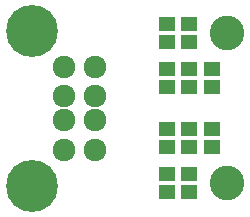
<source format=gbr>
%TF.GenerationSoftware,KiCad,Pcbnew,0.201604071231+6672~43~ubuntu15.10.1-product*%
%TF.CreationDate,2016-04-11T15:25:12+02:00*%
%TF.ProjectId,connector,636F6E6E6563746F722E6B696361645F,rev?*%
%TF.FileFunction,Soldermask,Top*%
%FSLAX46Y46*%
G04 Gerber Fmt 4.6, Leading zero omitted, Abs format (unit mm)*
G04 Created by KiCad (PCBNEW 0.201604071231+6672~43~ubuntu15.10.1-product) date pon, 11 kwi 2016, 15:25:12*
%MOMM*%
G01*
G04 APERTURE LIST*
%ADD10C,0.100000*%
%ADD11C,1.924000*%
%ADD12C,4.400000*%
%ADD13C,2.940000*%
%ADD14R,1.400760X1.299160*%
G04 APERTURE END LIST*
D10*
D11*
X174244000Y-109530000D03*
X174244000Y-116530000D03*
X174244000Y-112030000D03*
X174244000Y-114030000D03*
X171624000Y-109530000D03*
X171624000Y-116530000D03*
X171624000Y-112030000D03*
X171624000Y-114030000D03*
D12*
X168914000Y-106460000D03*
X168914000Y-119600000D03*
D13*
X185420000Y-119380000D03*
X185420000Y-106680000D03*
D14*
X182245000Y-107431840D03*
X182245000Y-105928160D03*
X180340000Y-105928160D03*
X180340000Y-107431840D03*
X182245000Y-116321840D03*
X182245000Y-114818160D03*
X180340000Y-114818160D03*
X180340000Y-116321840D03*
X184150000Y-109738160D03*
X184150000Y-111241840D03*
X184150000Y-114818160D03*
X184150000Y-116321840D03*
X182245000Y-109738160D03*
X182245000Y-111241840D03*
X180340000Y-111241840D03*
X180340000Y-109738160D03*
X182245000Y-118628160D03*
X182245000Y-120131840D03*
X180340000Y-120131840D03*
X180340000Y-118628160D03*
M02*

</source>
